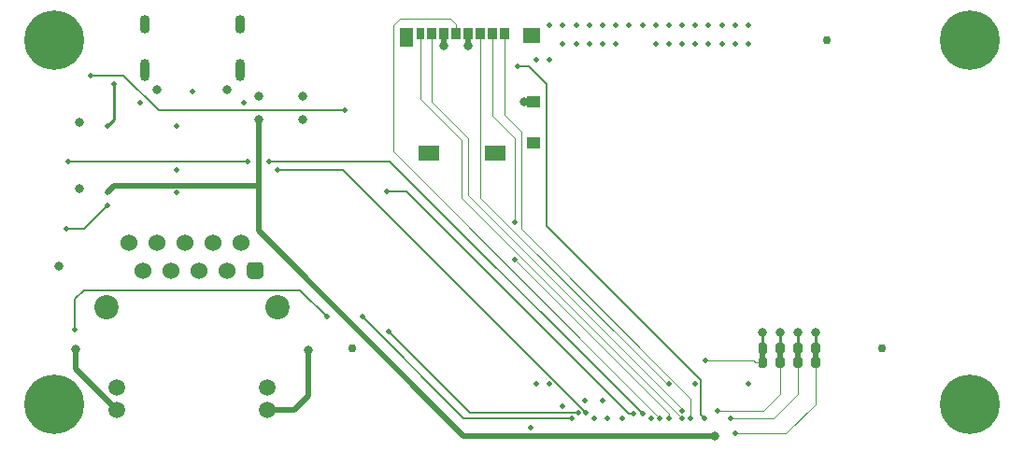
<source format=gbl>
G04 #@! TF.GenerationSoftware,KiCad,Pcbnew,(5.1.9)-1*
G04 #@! TF.CreationDate,2021-09-17T14:30:20-04:00*
G04 #@! TF.ProjectId,cm4-carrier-template,636d342d-6361-4727-9269-65722d74656d,rev?*
G04 #@! TF.SameCoordinates,Original*
G04 #@! TF.FileFunction,Copper,L4,Bot*
G04 #@! TF.FilePolarity,Positive*
%FSLAX46Y46*%
G04 Gerber Fmt 4.6, Leading zero omitted, Abs format (unit mm)*
G04 Created by KiCad (PCBNEW (5.1.9)-1) date 2021-09-17 14:30:20*
%MOMM*%
%LPD*%
G01*
G04 APERTURE LIST*
G04 #@! TA.AperFunction,EtchedComponent*
%ADD10C,0.508000*%
G04 #@! TD*
G04 #@! TA.AperFunction,ComponentPad*
%ADD11O,0.900000X1.700000*%
G04 #@! TD*
G04 #@! TA.AperFunction,ComponentPad*
%ADD12O,0.900000X2.000000*%
G04 #@! TD*
G04 #@! TA.AperFunction,ComponentPad*
%ADD13C,2.200000*%
G04 #@! TD*
G04 #@! TA.AperFunction,ComponentPad*
%ADD14C,1.500000*%
G04 #@! TD*
G04 #@! TA.AperFunction,ComponentPad*
%ADD15C,1.524000*%
G04 #@! TD*
G04 #@! TA.AperFunction,SMDPad,CuDef*
%ADD16C,0.750000*%
G04 #@! TD*
G04 #@! TA.AperFunction,ComponentPad*
%ADD17C,0.800000*%
G04 #@! TD*
G04 #@! TA.AperFunction,ComponentPad*
%ADD18C,5.400000*%
G04 #@! TD*
G04 #@! TA.AperFunction,SMDPad,CuDef*
%ADD19R,1.900000X1.350000*%
G04 #@! TD*
G04 #@! TA.AperFunction,SMDPad,CuDef*
%ADD20R,1.200000X1.000000*%
G04 #@! TD*
G04 #@! TA.AperFunction,SMDPad,CuDef*
%ADD21R,1.550000X1.350000*%
G04 #@! TD*
G04 #@! TA.AperFunction,SMDPad,CuDef*
%ADD22R,1.170000X1.800000*%
G04 #@! TD*
G04 #@! TA.AperFunction,SMDPad,CuDef*
%ADD23R,0.850000X1.100000*%
G04 #@! TD*
G04 #@! TA.AperFunction,SMDPad,CuDef*
%ADD24R,0.750000X1.100000*%
G04 #@! TD*
G04 #@! TA.AperFunction,ViaPad*
%ADD25C,0.500000*%
G04 #@! TD*
G04 #@! TA.AperFunction,ViaPad*
%ADD26C,0.800000*%
G04 #@! TD*
G04 #@! TA.AperFunction,Conductor*
%ADD27C,0.508000*%
G04 #@! TD*
G04 #@! TA.AperFunction,Conductor*
%ADD28C,0.254000*%
G04 #@! TD*
G04 #@! TA.AperFunction,Conductor*
%ADD29C,0.101600*%
G04 #@! TD*
G04 #@! TA.AperFunction,Conductor*
%ADD30C,0.152400*%
G04 #@! TD*
G04 APERTURE END LIST*
D10*
G04 #@! TO.C,JP4*
X147700000Y-125973000D02*
X147700000Y-126227000D01*
G04 #@! TO.C,JP1*
X149300000Y-125973000D02*
X149300000Y-126227000D01*
G04 #@! TO.C,JP2*
X150900000Y-125973000D02*
X150900000Y-126227000D01*
G04 #@! TO.C,JP3*
X152500000Y-125973000D02*
X152500000Y-126227000D01*
G04 #@! TD*
D11*
G04 #@! TO.P,J1,S1*
G04 #@! TO.N,Net-(J1-PadS1)*
X91680000Y-96060000D03*
X100320000Y-96060000D03*
D12*
X91680000Y-100230000D03*
X100320000Y-100230000D03*
G04 #@! TD*
G04 #@! TO.P,JP4,1*
G04 #@! TO.N,GND*
G04 #@! TA.AperFunction,SMDPad,CuDef*
G36*
G01*
X147460000Y-124965000D02*
X147940000Y-124965000D01*
G75*
G02*
X148100000Y-125125000I0J-160000D01*
G01*
X148100000Y-125805000D01*
G75*
G02*
X147940000Y-125965000I-160000J0D01*
G01*
X147460000Y-125965000D01*
G75*
G02*
X147300000Y-125805000I0J160000D01*
G01*
X147300000Y-125125000D01*
G75*
G02*
X147460000Y-124965000I160000J0D01*
G01*
G37*
G04 #@! TD.AperFunction*
G04 #@! TO.P,JP4,2*
G04 #@! TO.N,Net-(JP4-Pad2)*
G04 #@! TA.AperFunction,SMDPad,CuDef*
G36*
G01*
X147500000Y-126235000D02*
X147900000Y-126235000D01*
G75*
G02*
X148100000Y-126435000I0J-200000D01*
G01*
X148100000Y-127035000D01*
G75*
G02*
X147900000Y-127235000I-200000J0D01*
G01*
X147500000Y-127235000D01*
G75*
G02*
X147300000Y-127035000I0J200000D01*
G01*
X147300000Y-126435000D01*
G75*
G02*
X147500000Y-126235000I200000J0D01*
G01*
G37*
G04 #@! TD.AperFunction*
G04 #@! TD*
G04 #@! TO.P,JP1,1*
G04 #@! TO.N,+3V3*
G04 #@! TA.AperFunction,SMDPad,CuDef*
G36*
G01*
X149060000Y-124965000D02*
X149540000Y-124965000D01*
G75*
G02*
X149700000Y-125125000I0J-160000D01*
G01*
X149700000Y-125805000D01*
G75*
G02*
X149540000Y-125965000I-160000J0D01*
G01*
X149060000Y-125965000D01*
G75*
G02*
X148900000Y-125805000I0J160000D01*
G01*
X148900000Y-125125000D01*
G75*
G02*
X149060000Y-124965000I160000J0D01*
G01*
G37*
G04 #@! TD.AperFunction*
G04 #@! TO.P,JP1,2*
G04 #@! TO.N,Net-(JP1-Pad2)*
G04 #@! TA.AperFunction,SMDPad,CuDef*
G36*
G01*
X149100000Y-126235000D02*
X149500000Y-126235000D01*
G75*
G02*
X149700000Y-126435000I0J-200000D01*
G01*
X149700000Y-127035000D01*
G75*
G02*
X149500000Y-127235000I-200000J0D01*
G01*
X149100000Y-127235000D01*
G75*
G02*
X148900000Y-127035000I0J200000D01*
G01*
X148900000Y-126435000D01*
G75*
G02*
X149100000Y-126235000I200000J0D01*
G01*
G37*
G04 #@! TD.AperFunction*
G04 #@! TD*
G04 #@! TO.P,JP2,1*
G04 #@! TO.N,GND*
G04 #@! TA.AperFunction,SMDPad,CuDef*
G36*
G01*
X150660000Y-124965000D02*
X151140000Y-124965000D01*
G75*
G02*
X151300000Y-125125000I0J-160000D01*
G01*
X151300000Y-125805000D01*
G75*
G02*
X151140000Y-125965000I-160000J0D01*
G01*
X150660000Y-125965000D01*
G75*
G02*
X150500000Y-125805000I0J160000D01*
G01*
X150500000Y-125125000D01*
G75*
G02*
X150660000Y-124965000I160000J0D01*
G01*
G37*
G04 #@! TD.AperFunction*
G04 #@! TO.P,JP2,2*
G04 #@! TO.N,Net-(JP2-Pad2)*
G04 #@! TA.AperFunction,SMDPad,CuDef*
G36*
G01*
X150700000Y-126235000D02*
X151100000Y-126235000D01*
G75*
G02*
X151300000Y-126435000I0J-200000D01*
G01*
X151300000Y-127035000D01*
G75*
G02*
X151100000Y-127235000I-200000J0D01*
G01*
X150700000Y-127235000D01*
G75*
G02*
X150500000Y-127035000I0J200000D01*
G01*
X150500000Y-126435000D01*
G75*
G02*
X150700000Y-126235000I200000J0D01*
G01*
G37*
G04 #@! TD.AperFunction*
G04 #@! TD*
G04 #@! TO.P,JP3,1*
G04 #@! TO.N,GND*
G04 #@! TA.AperFunction,SMDPad,CuDef*
G36*
G01*
X152260000Y-124965000D02*
X152740000Y-124965000D01*
G75*
G02*
X152900000Y-125125000I0J-160000D01*
G01*
X152900000Y-125805000D01*
G75*
G02*
X152740000Y-125965000I-160000J0D01*
G01*
X152260000Y-125965000D01*
G75*
G02*
X152100000Y-125805000I0J160000D01*
G01*
X152100000Y-125125000D01*
G75*
G02*
X152260000Y-124965000I160000J0D01*
G01*
G37*
G04 #@! TD.AperFunction*
G04 #@! TO.P,JP3,2*
G04 #@! TO.N,Net-(JP3-Pad2)*
G04 #@! TA.AperFunction,SMDPad,CuDef*
G36*
G01*
X152300000Y-126235000D02*
X152700000Y-126235000D01*
G75*
G02*
X152900000Y-126435000I0J-200000D01*
G01*
X152900000Y-127035000D01*
G75*
G02*
X152700000Y-127235000I-200000J0D01*
G01*
X152300000Y-127235000D01*
G75*
G02*
X152100000Y-127035000I0J200000D01*
G01*
X152100000Y-126435000D01*
G75*
G02*
X152300000Y-126235000I200000J0D01*
G01*
G37*
G04 #@! TD.AperFunction*
G04 #@! TD*
D13*
G04 #@! TO.P,J3,SH*
G04 #@! TO.N,GND*
X88250000Y-121700000D03*
X103750000Y-121700000D03*
D14*
G04 #@! TO.P,J3,11*
G04 #@! TO.N,+3V3*
X89215000Y-129000000D03*
G04 #@! TO.P,J3,12*
G04 #@! TO.N,Net-(J3-Pad12)*
X89215000Y-131030000D03*
G04 #@! TO.P,J3,13*
G04 #@! TO.N,+3V3*
X102785000Y-129000000D03*
D15*
G04 #@! TO.P,J3,10*
G04 #@! TO.N,/E0_TR3-*
X90285000Y-115860000D03*
G04 #@! TO.P,J3,8*
G04 #@! TO.N,/E0_TR2-*
X92825000Y-115860000D03*
G04 #@! TO.P,J3,6*
G04 #@! TO.N,Net-(C3-Pad1)*
X95365000Y-115860000D03*
G04 #@! TO.P,J3,4*
G04 #@! TO.N,/E0_TR1-*
X97905000Y-115860000D03*
G04 #@! TO.P,J3,2*
G04 #@! TO.N,/E0_TR0-*
X100445000Y-115860000D03*
G04 #@! TO.P,J3,9*
G04 #@! TO.N,/E0_TR3+*
X91555000Y-118400000D03*
G04 #@! TO.P,J3,7*
G04 #@! TO.N,/E0_TR2+*
X94095000Y-118400000D03*
G04 #@! TO.P,J3,5*
G04 #@! TO.N,Net-(C3-Pad1)*
X96635000Y-118400000D03*
G04 #@! TO.P,J3,1*
G04 #@! TO.N,/E0_TR0+*
G04 #@! TA.AperFunction,ComponentPad*
G36*
G01*
X102096000Y-119162000D02*
X101334000Y-119162000D01*
G75*
G02*
X100953000Y-118781000I0J381000D01*
G01*
X100953000Y-118019000D01*
G75*
G02*
X101334000Y-117638000I381000J0D01*
G01*
X102096000Y-117638000D01*
G75*
G02*
X102477000Y-118019000I0J-381000D01*
G01*
X102477000Y-118781000D01*
G75*
G02*
X102096000Y-119162000I-381000J0D01*
G01*
G37*
G04 #@! TD.AperFunction*
G04 #@! TO.P,J3,3*
G04 #@! TO.N,/E0_TR1+*
X99175000Y-118400000D03*
D14*
G04 #@! TO.P,J3,14*
G04 #@! TO.N,Net-(J3-Pad14)*
X102785000Y-131030000D03*
G04 #@! TD*
D16*
G04 #@! TO.P,FID6,*
G04 #@! TO.N,*
X153500000Y-97500000D03*
G04 #@! TD*
G04 #@! TO.P,FID5,*
G04 #@! TO.N,*
X158500000Y-125500000D03*
G04 #@! TD*
G04 #@! TO.P,FID4,*
G04 #@! TO.N,*
X110500000Y-125500000D03*
G04 #@! TD*
D17*
G04 #@! TO.P,H4,1*
G04 #@! TO.N,GND*
X167931891Y-129068109D03*
X166500000Y-128475000D03*
X165068109Y-129068109D03*
X164475000Y-130500000D03*
X165068109Y-131931891D03*
X166500000Y-132525000D03*
X167931891Y-131931891D03*
X168525000Y-130500000D03*
D18*
X166500000Y-130500000D03*
G04 #@! TD*
D17*
G04 #@! TO.P,H3,1*
G04 #@! TO.N,GND*
X167931891Y-96068109D03*
X166500000Y-95475000D03*
X165068109Y-96068109D03*
X164475000Y-97500000D03*
X165068109Y-98931891D03*
X166500000Y-99525000D03*
X167931891Y-98931891D03*
X168525000Y-97500000D03*
D18*
X166500000Y-97500000D03*
G04 #@! TD*
D19*
G04 #@! TO.P,J2,11*
G04 #@! TO.N,N/C*
X117470000Y-107775000D03*
X123440000Y-107775000D03*
D20*
G04 #@! TO.P,J2,9*
G04 #@! TO.N,GND*
X126940000Y-103100000D03*
G04 #@! TO.P,J2,10*
G04 #@! TO.N,N/C*
X126940000Y-106800000D03*
D21*
G04 #@! TO.P,J2,11*
X126765000Y-97075000D03*
D22*
X115445000Y-97300000D03*
D23*
G04 #@! TO.P,J2,7*
G04 #@! TO.N,/SD_D0*
X117705000Y-96950000D03*
G04 #@! TO.P,J2,6*
G04 #@! TO.N,GND*
X118805000Y-96950000D03*
G04 #@! TO.P,J2,5*
G04 #@! TO.N,/SD_CLK*
X119905000Y-96950000D03*
G04 #@! TO.P,J2,4*
G04 #@! TO.N,/SD_PWR*
X121005000Y-96950000D03*
G04 #@! TO.P,J2,3*
G04 #@! TO.N,/SD_CMD*
X122105000Y-96950000D03*
G04 #@! TO.P,J2,2*
G04 #@! TO.N,/SD_D3*
X123205000Y-96950000D03*
D24*
G04 #@! TO.P,J2,8*
G04 #@! TO.N,/SD_D1*
X116655000Y-96950000D03*
D23*
G04 #@! TO.P,J2,1*
G04 #@! TO.N,/SD_D2*
X124305000Y-96950000D03*
G04 #@! TD*
D17*
G04 #@! TO.P,H2,1*
G04 #@! TO.N,GND*
X84931891Y-129068109D03*
X83500000Y-128475000D03*
X82068109Y-129068109D03*
X81475000Y-130500000D03*
X82068109Y-131931891D03*
X83500000Y-132525000D03*
X84931891Y-131931891D03*
X85525000Y-130500000D03*
D18*
X83500000Y-130500000D03*
G04 #@! TD*
D17*
G04 #@! TO.P,H1,1*
G04 #@! TO.N,GND*
X84931891Y-96068109D03*
X83500000Y-95475000D03*
X82068109Y-96068109D03*
X81475000Y-97500000D03*
X82068109Y-98931891D03*
X83500000Y-99525000D03*
X84931891Y-98931891D03*
X85525000Y-97500000D03*
D18*
X83500000Y-97500000D03*
G04 #@! TD*
D25*
G04 #@! TO.N,GND*
X96000000Y-102200002D03*
D26*
X99200000Y-102000000D03*
X92800000Y-102000000D03*
X105999988Y-102600000D03*
X106000010Y-104700000D03*
D25*
X100700000Y-103200000D03*
X91300000Y-103200000D03*
X94600000Y-105300000D03*
X94600000Y-109300000D03*
X94600000Y-111300000D03*
D26*
X83900000Y-118000000D03*
X85800000Y-105000000D03*
X85800000Y-111000000D03*
X118800000Y-98000000D03*
X126052410Y-103100000D03*
D25*
X137600000Y-131800000D03*
X133600000Y-131800000D03*
X132400000Y-131798398D03*
X129600000Y-130700000D03*
X127200000Y-128700000D03*
X126700000Y-132700000D03*
X131600000Y-130200000D03*
X133200000Y-130200000D03*
X141600000Y-128700000D03*
X128400000Y-128700000D03*
X135000000Y-131800000D03*
D26*
X147700000Y-124000000D03*
D25*
X127200000Y-99300000D03*
X128400000Y-99300000D03*
X129600000Y-97900000D03*
X130800000Y-97900000D03*
X132000000Y-97900000D03*
X133200000Y-97900000D03*
X134400000Y-97900000D03*
X138000000Y-97900000D03*
X139200000Y-97900000D03*
X140400000Y-97900000D03*
X141600000Y-97900000D03*
X142800000Y-97900000D03*
X144000000Y-97900000D03*
X145200000Y-97900000D03*
X146400000Y-97900000D03*
X146400000Y-96200000D03*
X145200000Y-96200000D03*
X144000000Y-96200000D03*
X142800000Y-96200000D03*
X141600000Y-96200000D03*
X140400000Y-96200000D03*
X139200000Y-96200000D03*
X138000000Y-96200000D03*
X136800000Y-96200000D03*
X135600000Y-96200000D03*
X134400000Y-96200000D03*
X133200000Y-96200000D03*
X132000000Y-96200000D03*
X130800000Y-96200000D03*
X129600000Y-96200000D03*
X128400000Y-96200000D03*
X146400000Y-128700000D03*
D26*
X152500000Y-124000000D03*
X150900000Y-124000000D03*
D25*
G04 #@! TO.N,/SD_D0*
X140400000Y-131100000D03*
G04 #@! TO.N,/SD_CLK*
X138400000Y-131800012D03*
D26*
G04 #@! TO.N,+3V3*
X149300000Y-124000000D03*
D25*
G04 #@! TO.N,/SD_CMD*
X139200000Y-128700000D03*
G04 #@! TO.N,/SD_D3*
X139200000Y-131800000D03*
X125200000Y-114000000D03*
X125199980Y-117400000D03*
G04 #@! TO.N,/SD_D1*
X140400000Y-131800000D03*
G04 #@! TO.N,/SD_D2*
X141200000Y-131798374D03*
G04 #@! TO.N,/~E0_LEDR*
X113825000Y-123975000D03*
X131000000Y-131299990D03*
G04 #@! TO.N,/~E0_LEDL*
X85400000Y-123800000D03*
X108200000Y-122600000D03*
X111400000Y-122600004D03*
X130400000Y-131800000D03*
D26*
G04 #@! TO.N,+5V*
X143400000Y-133400000D03*
X102000000Y-104700000D03*
D25*
X88300000Y-111300000D03*
D26*
X102000000Y-102600000D03*
G04 #@! TO.N,Net-(J3-Pad14)*
X106500000Y-125600000D03*
G04 #@! TO.N,Net-(J3-Pad12)*
X85474992Y-125525000D03*
D25*
G04 #@! TO.N,/SD_PWR*
X88300000Y-105300000D03*
D26*
X121000000Y-98000000D03*
D25*
X88900000Y-101500000D03*
G04 #@! TO.N,/SD_PWR_ON*
X142400000Y-131798382D03*
X109800000Y-103900006D03*
X125500000Y-99899994D03*
X86800000Y-100700010D03*
G04 #@! TO.N,/PI_LED_nACT*
X103700000Y-109300000D03*
X131700000Y-131300000D03*
G04 #@! TO.N,/PI_nRPI_BOOT*
X84800000Y-108499988D03*
X101000000Y-108500000D03*
X103000000Y-108500004D03*
X136800000Y-131399992D03*
G04 #@! TO.N,/PI_GLOBAL_EN*
X84600000Y-114600000D03*
X113600000Y-111200000D03*
X88300000Y-112500004D03*
X136000000Y-131400000D03*
G04 #@! TO.N,Net-(JP1-Pad2)*
X143600000Y-131099994D03*
G04 #@! TO.N,Net-(JP2-Pad2)*
X144800000Y-131800000D03*
G04 #@! TO.N,Net-(JP3-Pad2)*
X145199994Y-133200000D03*
G04 #@! TO.N,Net-(JP4-Pad2)*
X142500000Y-126600002D03*
G04 #@! TD*
D27*
G04 #@! TO.N,GND*
X118805000Y-97995000D02*
X118800000Y-98000000D01*
X118805000Y-96950000D02*
X118805000Y-97995000D01*
X126940000Y-103100000D02*
X126052410Y-103100000D01*
D28*
X147700000Y-125465000D02*
X147700000Y-124000000D01*
X150900000Y-125465000D02*
X150900000Y-124000000D01*
X152500000Y-125465000D02*
X152500000Y-124000000D01*
D29*
G04 #@! TO.N,/SD_D0*
X117705000Y-96950000D02*
X117705000Y-103105000D01*
X117705000Y-103105000D02*
X121000000Y-106400000D01*
X121000000Y-106400000D02*
X121000000Y-111600000D01*
X121000000Y-111600000D02*
X140400000Y-131000000D01*
X140400000Y-131000000D02*
X140400000Y-131100000D01*
G04 #@! TO.N,/SD_CLK*
X114800000Y-95600000D02*
X114200000Y-96200000D01*
X119400000Y-95600000D02*
X114800000Y-95600000D01*
X119905000Y-96105000D02*
X119400000Y-95600000D01*
X119905000Y-96950000D02*
X119905000Y-96105000D01*
X114200000Y-106400000D02*
X114200000Y-106500012D01*
X114200000Y-96200000D02*
X114200000Y-106400000D01*
X114200000Y-107600012D02*
X114200000Y-106400000D01*
X138400000Y-131800012D02*
X114200000Y-107600012D01*
D28*
G04 #@! TO.N,+3V3*
X149300000Y-125465000D02*
X149300000Y-124000000D01*
D29*
G04 #@! TO.N,/SD_CMD*
X139000000Y-128700000D02*
X139200000Y-128700000D01*
X122105000Y-111805000D02*
X139000000Y-128700000D01*
X122105000Y-96950000D02*
X122105000Y-111805000D01*
G04 #@! TO.N,/SD_D3*
X123205000Y-96950000D02*
X123205000Y-104405000D01*
X123205000Y-104405000D02*
X125200000Y-106400000D01*
X125200000Y-106400000D02*
X125200000Y-114000000D01*
X139200000Y-131400020D02*
X125199980Y-117400000D01*
X139200000Y-131800000D02*
X139200000Y-131400020D01*
G04 #@! TO.N,/SD_D1*
X116655000Y-96950000D02*
X116655000Y-102855000D01*
X140150001Y-131550001D02*
X140400000Y-131800000D01*
X116655000Y-102855000D02*
X120400000Y-106600000D01*
X120400000Y-106600000D02*
X120400000Y-111800000D01*
X120400000Y-111800000D02*
X140150001Y-131550001D01*
G04 #@! TO.N,/SD_D2*
X124305000Y-96950000D02*
X124305000Y-104305000D01*
X124305000Y-104305000D02*
X125800000Y-105800000D01*
X125800000Y-114600000D02*
X141200000Y-130000000D01*
X125800000Y-105800000D02*
X125800000Y-114600000D01*
X141200000Y-130000000D02*
X141200000Y-131798374D01*
D30*
G04 #@! TO.N,/~E0_LEDR*
X121149990Y-131299990D02*
X131000000Y-131299990D01*
X113825000Y-123975000D02*
X121149990Y-131299990D01*
G04 #@! TO.N,/~E0_LEDL*
X85400000Y-123800000D02*
X85400000Y-121000000D01*
X85400000Y-121000000D02*
X86200000Y-120200000D01*
X86200000Y-120200000D02*
X105800000Y-120200000D01*
X105800000Y-120200000D02*
X108200000Y-122600000D01*
X111400000Y-122600004D02*
X120599996Y-131800000D01*
X120599996Y-131800000D02*
X130400000Y-131800000D01*
D27*
G04 #@! TO.N,+5V*
X102000000Y-104700000D02*
X102000000Y-110600000D01*
X101905601Y-110694399D02*
X102000000Y-110600000D01*
X88905601Y-110694399D02*
X101905601Y-110694399D01*
X88300000Y-111300000D02*
X88905601Y-110694399D01*
X120600000Y-133400000D02*
X143400000Y-133400000D01*
X102000000Y-114800000D02*
X120600000Y-133400000D01*
X102000000Y-110600000D02*
X102000000Y-114800000D01*
G04 #@! TO.N,Net-(J3-Pad14)*
X102785000Y-131030000D02*
X105270000Y-131030000D01*
X106500000Y-129800000D02*
X106500000Y-125600000D01*
X105270000Y-131030000D02*
X106500000Y-129800000D01*
G04 #@! TO.N,Net-(J3-Pad12)*
X89215000Y-131030000D02*
X85474992Y-127289992D01*
X85474992Y-127289992D02*
X85474992Y-125525000D01*
G04 #@! TO.N,/SD_PWR*
X121005000Y-97995000D02*
X121000000Y-98000000D01*
X121005000Y-96950000D02*
X121005000Y-97995000D01*
D28*
X88900000Y-104700000D02*
X88300000Y-105300000D01*
X88900000Y-101500000D02*
X88900000Y-104700000D01*
D30*
G04 #@! TO.N,/SD_PWR_ON*
X126499994Y-99899994D02*
X125500000Y-99899994D01*
X128100000Y-101500000D02*
X126499994Y-99899994D01*
X128100000Y-114400000D02*
X128100000Y-101500000D01*
X142072199Y-128372199D02*
X128100000Y-114400000D01*
X142072199Y-131470581D02*
X142072199Y-128372199D01*
X142400000Y-131798382D02*
X142072199Y-131470581D01*
X89800010Y-100700010D02*
X86800000Y-100700010D01*
X109800000Y-103900006D02*
X93000006Y-103900006D01*
X93000006Y-103900006D02*
X89800010Y-100700010D01*
G04 #@! TO.N,/PI_LED_nACT*
X109700000Y-109300000D02*
X131700000Y-131300000D01*
X103700000Y-109300000D02*
X109700000Y-109300000D01*
G04 #@! TO.N,/PI_nRPI_BOOT*
X84800000Y-108499988D02*
X100999988Y-108499988D01*
X100999988Y-108499988D02*
X101000000Y-108500000D01*
X113900012Y-108500004D02*
X136800000Y-131399992D01*
X103000000Y-108500004D02*
X113900012Y-108500004D01*
G04 #@! TO.N,/PI_GLOBAL_EN*
X86200004Y-114600000D02*
X88300000Y-112500004D01*
X84600000Y-114600000D02*
X86200004Y-114600000D01*
X135600000Y-131400000D02*
X136000000Y-131400000D01*
X115400000Y-111200000D02*
X135600000Y-131400000D01*
X113600000Y-111200000D02*
X115400000Y-111200000D01*
D29*
G04 #@! TO.N,Net-(JP1-Pad2)*
X147800006Y-131099994D02*
X143600000Y-131099994D01*
X149300000Y-129600000D02*
X147800006Y-131099994D01*
X149300000Y-126735000D02*
X149300000Y-129600000D01*
G04 #@! TO.N,Net-(JP2-Pad2)*
X150900000Y-129600000D02*
X148700000Y-131800000D01*
X148700000Y-131800000D02*
X144800000Y-131800000D01*
X150900000Y-126735000D02*
X150900000Y-129600000D01*
G04 #@! TO.N,Net-(JP3-Pad2)*
X152500000Y-130500000D02*
X149800000Y-133200000D01*
X149800000Y-133200000D02*
X145199994Y-133200000D01*
X152500000Y-130500000D02*
X152500000Y-126735000D01*
G04 #@! TO.N,Net-(JP4-Pad2)*
X147035000Y-126735000D02*
X147700000Y-126735000D01*
X146900002Y-126600002D02*
X147035000Y-126735000D01*
X142500000Y-126600002D02*
X146900002Y-126600002D01*
G04 #@! TD*
M02*

</source>
